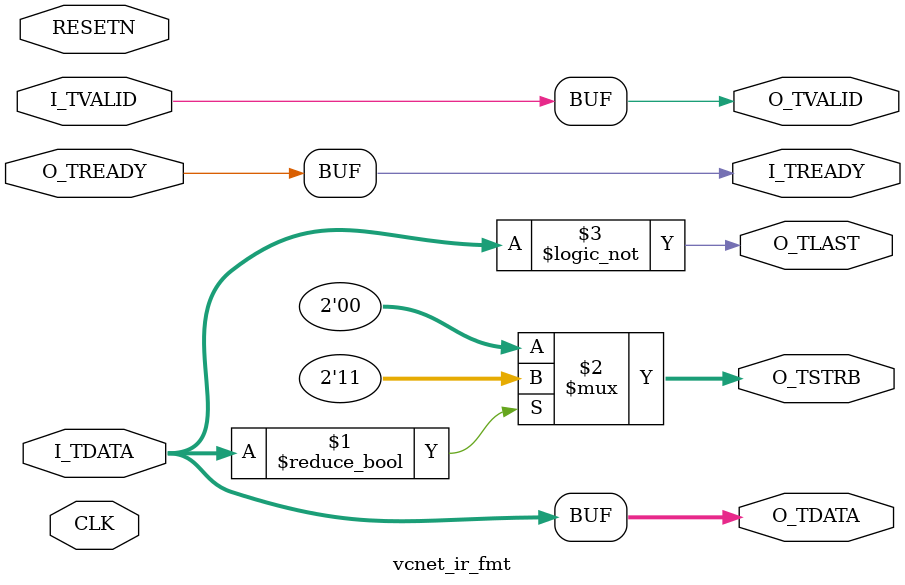
<source format=v>

module vcnet_ir_fmt(
input CLK,
input RESETN,
input I_TVALID,
output I_TREADY,
input [15:0] I_TDATA,
output O_TVALID,
input O_TREADY,
output [15:0] O_TDATA,
output [1:0] O_TSTRB,
output O_TLAST
);

assign I_TREADY = O_TREADY;
assign O_TVALID = I_TVALID;
assign O_TDATA = I_TDATA;
assign O_TSTRB = (I_TDATA != 0) ? 2'b11 : 2'b00;
assign O_TLAST = (I_TDATA == 0);

endmodule

</source>
